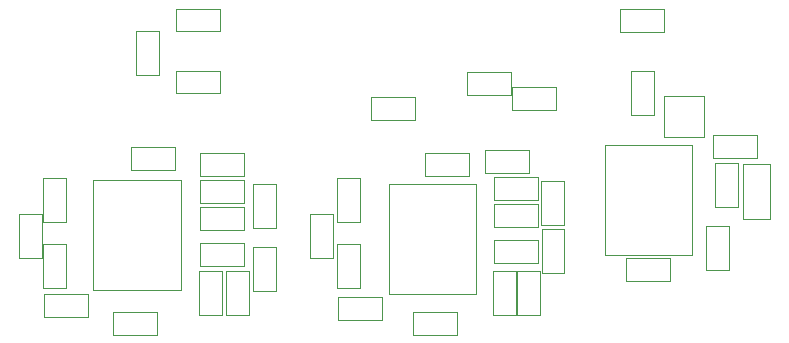
<source format=gbr>
G04 #@! TF.GenerationSoftware,KiCad,Pcbnew,(5.0.0-rc2-dev-586-g888c43477)*
G04 #@! TF.CreationDate,2018-06-04T01:03:36-03:00*
G04 #@! TF.ProjectId,Signal,5369676E616C2E6B696361645F706362,rev?*
G04 #@! TF.SameCoordinates,Original*
G04 #@! TF.FileFunction,Other,User*
%FSLAX46Y46*%
G04 Gerber Fmt 4.6, Leading zero omitted, Abs format (unit mm)*
G04 Created by KiCad (PCBNEW (5.0.0-rc2-dev-586-g888c43477)) date 06/04/18 01:03:36*
%MOMM*%
%LPD*%
G01*
G04 APERTURE LIST*
%ADD10C,0.050000*%
G04 APERTURE END LIST*
D10*
X33356000Y-22050000D02*
X29636000Y-22050000D01*
X33356000Y-23950000D02*
X33356000Y-22050000D01*
X29636000Y-23950000D02*
X33356000Y-23950000D01*
X29636000Y-22050000D02*
X29636000Y-23950000D01*
X74344000Y-24158000D02*
X70944000Y-24158000D01*
X70944000Y-24158000D02*
X70944000Y-27658000D01*
X70944000Y-27658000D02*
X74344000Y-27658000D01*
X74344000Y-27658000D02*
X74344000Y-24158000D01*
X47072000Y-41214000D02*
X43352000Y-41214000D01*
X47072000Y-43114000D02*
X47072000Y-41214000D01*
X43352000Y-43114000D02*
X47072000Y-43114000D01*
X43352000Y-41214000D02*
X43352000Y-43114000D01*
X31668000Y-35494000D02*
X35388000Y-35494000D01*
X31668000Y-33594000D02*
X31668000Y-35494000D01*
X35388000Y-33594000D02*
X31668000Y-33594000D01*
X35388000Y-35494000D02*
X35388000Y-33594000D01*
X38034000Y-37002000D02*
X36134000Y-37002000D01*
X36134000Y-37002000D02*
X36134000Y-40722000D01*
X36134000Y-40722000D02*
X38034000Y-40722000D01*
X38034000Y-40722000D02*
X38034000Y-37002000D01*
X31668000Y-30922000D02*
X35388000Y-30922000D01*
X31668000Y-29022000D02*
X31668000Y-30922000D01*
X35388000Y-29022000D02*
X31668000Y-29022000D01*
X35388000Y-30922000D02*
X35388000Y-29022000D01*
X29546000Y-30414000D02*
X29546000Y-28514000D01*
X29546000Y-28514000D02*
X25826000Y-28514000D01*
X25826000Y-28514000D02*
X25826000Y-30414000D01*
X25826000Y-30414000D02*
X29546000Y-30414000D01*
X77150000Y-33610000D02*
X77150000Y-29890000D01*
X75250000Y-33610000D02*
X77150000Y-33610000D01*
X75250000Y-29890000D02*
X75250000Y-33610000D01*
X77150000Y-29890000D02*
X75250000Y-29890000D01*
X67736000Y-37912000D02*
X67736000Y-39812000D01*
X67736000Y-39812000D02*
X71456000Y-39812000D01*
X71456000Y-39812000D02*
X71456000Y-37912000D01*
X71456000Y-37912000D02*
X67736000Y-37912000D01*
X50718000Y-30922000D02*
X54438000Y-30922000D01*
X50718000Y-29022000D02*
X50718000Y-30922000D01*
X54438000Y-29022000D02*
X50718000Y-29022000D01*
X54438000Y-30922000D02*
X54438000Y-29022000D01*
X59518000Y-28768000D02*
X55798000Y-28768000D01*
X59518000Y-30668000D02*
X59518000Y-28768000D01*
X55798000Y-30668000D02*
X59518000Y-30668000D01*
X55798000Y-28768000D02*
X55798000Y-30668000D01*
X60566500Y-35478000D02*
X60566500Y-39198000D01*
X62466500Y-35478000D02*
X60566500Y-35478000D01*
X62466500Y-39198000D02*
X62466500Y-35478000D01*
X60566500Y-39198000D02*
X62466500Y-39198000D01*
X60280000Y-35240000D02*
X60280000Y-33340000D01*
X60280000Y-33340000D02*
X56560000Y-33340000D01*
X56560000Y-33340000D02*
X56560000Y-35240000D01*
X56560000Y-35240000D02*
X60280000Y-35240000D01*
X77590000Y-29908000D02*
X77590000Y-34608000D01*
X77590000Y-34608000D02*
X79890000Y-34608000D01*
X79890000Y-34608000D02*
X79890000Y-29908000D01*
X77590000Y-29908000D02*
X79890000Y-29908000D01*
X42860000Y-37928000D02*
X42860000Y-34208000D01*
X40960000Y-37928000D02*
X42860000Y-37928000D01*
X40960000Y-34208000D02*
X40960000Y-37928000D01*
X42860000Y-34208000D02*
X40960000Y-34208000D01*
X58486000Y-42754000D02*
X60386000Y-42754000D01*
X60386000Y-42754000D02*
X60386000Y-39034000D01*
X60386000Y-39034000D02*
X58486000Y-39034000D01*
X58486000Y-39034000D02*
X58486000Y-42754000D01*
X45146000Y-34880000D02*
X45146000Y-31160000D01*
X43246000Y-34880000D02*
X45146000Y-34880000D01*
X43246000Y-31160000D02*
X43246000Y-34880000D01*
X45146000Y-31160000D02*
X43246000Y-31160000D01*
X76388000Y-35224000D02*
X74488000Y-35224000D01*
X74488000Y-35224000D02*
X74488000Y-38944000D01*
X74488000Y-38944000D02*
X76388000Y-38944000D01*
X76388000Y-38944000D02*
X76388000Y-35224000D01*
X67228000Y-18730000D02*
X70948000Y-18730000D01*
X67228000Y-16830000D02*
X67228000Y-18730000D01*
X70948000Y-16830000D02*
X67228000Y-16830000D01*
X70948000Y-18730000D02*
X70948000Y-16830000D01*
X75102000Y-27498000D02*
X75102000Y-29398000D01*
X75102000Y-29398000D02*
X78822000Y-29398000D01*
X78822000Y-29398000D02*
X78822000Y-27498000D01*
X78822000Y-27498000D02*
X75102000Y-27498000D01*
X70038000Y-25784500D02*
X70038000Y-22064500D01*
X68138000Y-25784500D02*
X70038000Y-25784500D01*
X68138000Y-22064500D02*
X68138000Y-25784500D01*
X70038000Y-22064500D02*
X68138000Y-22064500D01*
X49702000Y-42484000D02*
X49702000Y-44384000D01*
X49702000Y-44384000D02*
X53422000Y-44384000D01*
X53422000Y-44384000D02*
X53422000Y-42484000D01*
X53422000Y-42484000D02*
X49702000Y-42484000D01*
X58354000Y-42754000D02*
X58354000Y-39034000D01*
X56454000Y-42754000D02*
X58354000Y-42754000D01*
X56454000Y-39034000D02*
X56454000Y-42754000D01*
X58354000Y-39034000D02*
X56454000Y-39034000D01*
X49860000Y-26200000D02*
X49860000Y-24300000D01*
X49860000Y-24300000D02*
X46140000Y-24300000D01*
X46140000Y-24300000D02*
X46140000Y-26200000D01*
X46140000Y-26200000D02*
X49860000Y-26200000D01*
X18460000Y-42860000D02*
X22180000Y-42860000D01*
X18460000Y-40960000D02*
X18460000Y-42860000D01*
X22180000Y-40960000D02*
X18460000Y-40960000D01*
X22180000Y-42860000D02*
X22180000Y-40960000D01*
X18354000Y-40468000D02*
X20254000Y-40468000D01*
X20254000Y-40468000D02*
X20254000Y-36748000D01*
X20254000Y-36748000D02*
X18354000Y-36748000D01*
X18354000Y-36748000D02*
X18354000Y-40468000D01*
X60518000Y-31414000D02*
X60518000Y-35134000D01*
X62418000Y-31414000D02*
X60518000Y-31414000D01*
X62418000Y-35134000D02*
X62418000Y-31414000D01*
X60518000Y-35134000D02*
X62418000Y-35134000D01*
X31668000Y-31308000D02*
X31668000Y-33208000D01*
X31668000Y-33208000D02*
X35388000Y-33208000D01*
X35388000Y-33208000D02*
X35388000Y-31308000D01*
X35388000Y-31308000D02*
X31668000Y-31308000D01*
X38034000Y-35388000D02*
X38034000Y-31668000D01*
X36134000Y-35388000D02*
X38034000Y-35388000D01*
X36134000Y-31668000D02*
X36134000Y-35388000D01*
X38034000Y-31668000D02*
X36134000Y-31668000D01*
X35748000Y-39034000D02*
X33848000Y-39034000D01*
X33848000Y-39034000D02*
X33848000Y-42754000D01*
X33848000Y-42754000D02*
X35748000Y-42754000D01*
X35748000Y-42754000D02*
X35748000Y-39034000D01*
X20254000Y-34880000D02*
X20254000Y-31160000D01*
X18354000Y-34880000D02*
X20254000Y-34880000D01*
X18354000Y-31160000D02*
X18354000Y-34880000D01*
X20254000Y-31160000D02*
X18354000Y-31160000D01*
X31562000Y-42754000D02*
X33462000Y-42754000D01*
X33462000Y-42754000D02*
X33462000Y-39034000D01*
X33462000Y-39034000D02*
X31562000Y-39034000D01*
X31562000Y-39034000D02*
X31562000Y-42754000D01*
X24302000Y-44384000D02*
X28022000Y-44384000D01*
X24302000Y-42484000D02*
X24302000Y-44384000D01*
X28022000Y-42484000D02*
X24302000Y-42484000D01*
X28022000Y-44384000D02*
X28022000Y-42484000D01*
X56560000Y-36388000D02*
X56560000Y-38288000D01*
X56560000Y-38288000D02*
X60280000Y-38288000D01*
X60280000Y-38288000D02*
X60280000Y-36388000D01*
X60280000Y-36388000D02*
X56560000Y-36388000D01*
X45146000Y-36748000D02*
X43246000Y-36748000D01*
X43246000Y-36748000D02*
X43246000Y-40468000D01*
X43246000Y-40468000D02*
X45146000Y-40468000D01*
X45146000Y-40468000D02*
X45146000Y-36748000D01*
X18222000Y-37928000D02*
X18222000Y-34208000D01*
X16322000Y-37928000D02*
X18222000Y-37928000D01*
X16322000Y-34208000D02*
X16322000Y-37928000D01*
X18222000Y-34208000D02*
X16322000Y-34208000D01*
X60280000Y-32954000D02*
X60280000Y-31054000D01*
X60280000Y-31054000D02*
X56560000Y-31054000D01*
X56560000Y-31054000D02*
X56560000Y-32954000D01*
X56560000Y-32954000D02*
X60280000Y-32954000D01*
X35388000Y-36642000D02*
X31668000Y-36642000D01*
X35388000Y-38542000D02*
X35388000Y-36642000D01*
X31668000Y-38542000D02*
X35388000Y-38542000D01*
X31668000Y-36642000D02*
X31668000Y-38542000D01*
X28128000Y-18714000D02*
X26228000Y-18714000D01*
X26228000Y-18714000D02*
X26228000Y-22434000D01*
X26228000Y-22434000D02*
X28128000Y-22434000D01*
X28128000Y-22434000D02*
X28128000Y-18714000D01*
X47608000Y-40972000D02*
X47608000Y-31672000D01*
X55008000Y-40972000D02*
X55008000Y-31672000D01*
X47608000Y-40972000D02*
X55008000Y-40972000D01*
X47608000Y-31672000D02*
X55008000Y-31672000D01*
X29636000Y-18700000D02*
X33356000Y-18700000D01*
X29636000Y-16800000D02*
X29636000Y-18700000D01*
X33356000Y-16800000D02*
X29636000Y-16800000D01*
X33356000Y-18700000D02*
X33356000Y-16800000D01*
X58084000Y-23434000D02*
X58084000Y-25334000D01*
X58084000Y-25334000D02*
X61804000Y-25334000D01*
X61804000Y-25334000D02*
X61804000Y-23434000D01*
X61804000Y-23434000D02*
X58084000Y-23434000D01*
X57994000Y-24064000D02*
X57994000Y-22164000D01*
X57994000Y-22164000D02*
X54274000Y-22164000D01*
X54274000Y-22164000D02*
X54274000Y-24064000D01*
X54274000Y-24064000D02*
X57994000Y-24064000D01*
X22589000Y-31291000D02*
X29989000Y-31291000D01*
X22589000Y-40591000D02*
X29989000Y-40591000D01*
X29989000Y-40591000D02*
X29989000Y-31291000D01*
X22589000Y-40591000D02*
X22589000Y-31291000D01*
X65896000Y-37670000D02*
X65896000Y-28370000D01*
X73296000Y-37670000D02*
X73296000Y-28370000D01*
X65896000Y-37670000D02*
X73296000Y-37670000D01*
X65896000Y-28370000D02*
X73296000Y-28370000D01*
M02*

</source>
